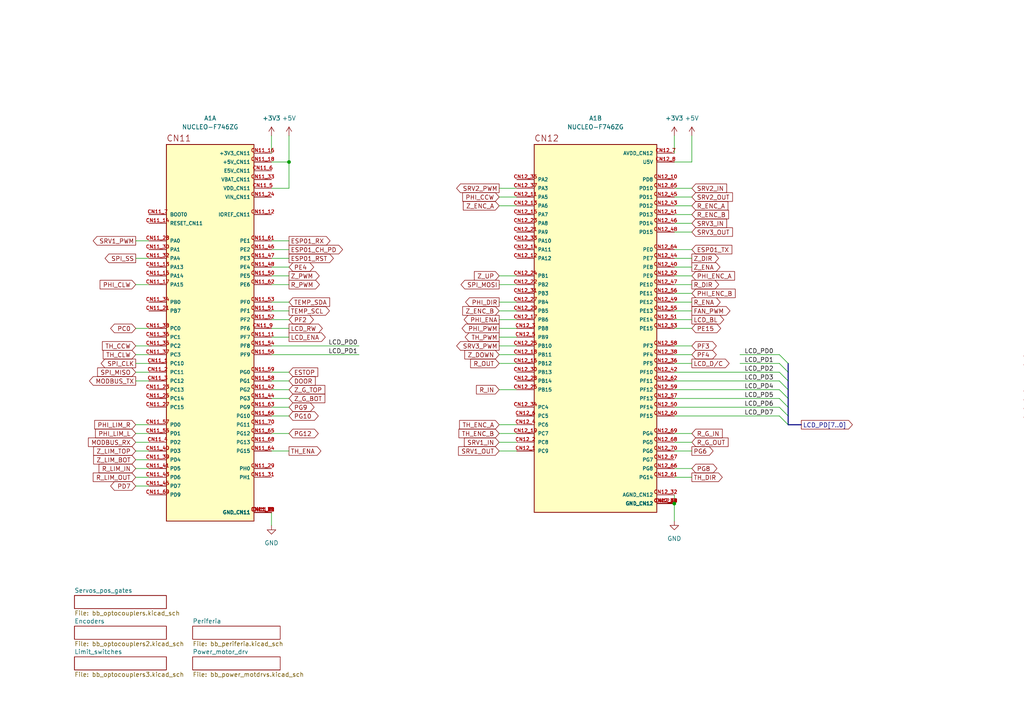
<source format=kicad_sch>
(kicad_sch (version 20230121) (generator eeschema)
  (paper "A4")
  (title_block (title "NUCLEO") (date "2023-09-15") (rev "1.0"))
  (lib_symbols
    (symbol "NUCLEO-F746ZG:NUCLEO-F746ZG" (pin_names (offset 1.016))
      (property "Reference" "A" (at -12.7 57.15 0))
      (property "Value" "NUCLEO-F746ZG" (at -12.7 -57.15 0))
      (symbol "NUCLEO-F746ZG_1_0"
        (rectangle (start -12.7 53.34) (end 12.7 -55.88) (stroke (width 0.254)) (fill (type background)))
        (text "CN11" (at -12.7 54.102 0) (effects (font (size 1.778 1.778)) (justify left bottom)))
        (pin bidirectional line (at -17.78 -10.16 0) (length 5.08) (name "PC10") (number "CN11_1"))
        (pin bidirectional line (at 17.78 -2.54 180) (length 5.08) (name "PF7") (number "CN11_11"))
        (pin bidirectional line (at 17.78 33.02 180) (length 5.08) (name "IOREF_CN11") (number "CN11_12"))
        (pin bidirectional line (at -17.78 17.78 0) (length 5.08) (name "PA13") (number "CN11_13"))
        (pin bidirectional line (at -17.78 30.48 0) (length 5.08) (name "RESET_CN11") (number "CN11_14"))
        (pin bidirectional line (at -17.78 15.24 0) (length 5.08) (name "PA14") (number "CN11_15"))
        (pin power_in line (at 17.78 50.8 180) (length 5.08) (name "+3V3_CN11") (number "CN11_16"))
        (pin bidirectional line (at -17.78 12.7 0) (length 5.08) (name "PA15") (number "CN11_17"))
        (pin power_in line (at 17.78 48.26 180) (length 5.08) (name "+5V_CN11") (number "CN11_18"))
        (pin power_in line (at 17.78 -53.34 180) (length 5.08) (name "GND_CN11") (number "CN11_19"))
        (pin bidirectional line (at -17.78 -12.7 0) (length 5.08) (name "PC11") (number "CN11_2"))
        (pin power_in line (at 17.78 -53.34 180) (length 5.08) (name "GND_CN11") (number "CN11_20"))
        (pin bidirectional line (at -17.78 5.08 0) (length 5.08) (name "PB7") (number "CN11_21"))
        (pin power_in line (at 17.78 -53.34 180) (length 5.08) (name "GND_CN11") (number "CN11_22"))
        (pin bidirectional line (at -17.78 -17.78 0) (length 5.08) (name "PC13") (number "CN11_23"))
        (pin power_in line (at 17.78 38.1 180) (length 5.08) (name "VIN_CN11") (number "CN11_24"))
        (pin bidirectional line (at -17.78 -20.32 0) (length 5.08) (name "PC14") (number "CN11_25"))
        (pin bidirectional line (at -17.78 -22.86 0) (length 5.08) (name "PC15") (number "CN11_27"))
        (pin bidirectional line (at -17.78 25.4 0) (length 5.08) (name "PA0") (number "CN11_28"))
        (pin bidirectional line (at 17.78 -40.64 180) (length 5.08) (name "PH0") (number "CN11_29"))
        (pin bidirectional line (at -17.78 -15.24 0) (length 5.08) (name "PC12") (number "CN11_3"))
        (pin bidirectional line (at -17.78 22.86 0) (length 5.08) (name "PA1") (number "CN11_30"))
        (pin bidirectional line (at 17.78 -43.18 180) (length 5.08) (name "PH1") (number "CN11_31"))
        (pin bidirectional line (at -17.78 20.32 0) (length 5.08) (name "PA4") (number "CN11_32"))
        (pin power_in line (at 17.78 43.18 180) (length 5.08) (name "VBAT_CN11") (number "CN11_33"))
        (pin bidirectional line (at -17.78 7.62 0) (length 5.08) (name "PB0") (number "CN11_34"))
        (pin bidirectional line (at -17.78 -5.08 0) (length 5.08) (name "PC2") (number "CN11_35"))
        (pin bidirectional line (at -17.78 -2.54 0) (length 5.08) (name "PC1") (number "CN11_36"))
        (pin bidirectional line (at -17.78 -7.62 0) (length 5.08) (name "PC3") (number "CN11_37"))
        (pin bidirectional line (at -17.78 0 0) (length 5.08) (name "PC0") (number "CN11_38"))
        (pin bidirectional line (at -17.78 -38.1 0) (length 5.08) (name "PD4") (number "CN11_39"))
        (pin bidirectional line (at -17.78 -33.02 0) (length 5.08) (name "PD2") (number "CN11_4"))
        (pin bidirectional line (at -17.78 -35.56 0) (length 5.08) (name "PD3") (number "CN11_40"))
        (pin bidirectional line (at -17.78 -40.64 0) (length 5.08) (name "PD5") (number "CN11_41"))
        (pin bidirectional line (at 17.78 -17.78 180) (length 5.08) (name "PG2") (number "CN11_42"))
        (pin bidirectional line (at -17.78 -43.18 0) (length 5.08) (name "PD6") (number "CN11_43"))
        (pin bidirectional line (at 17.78 -20.32 180) (length 5.08) (name "PG3") (number "CN11_44"))
        (pin bidirectional line (at -17.78 -45.72 0) (length 5.08) (name "PD7") (number "CN11_45"))
        (pin bidirectional line (at 17.78 22.86 180) (length 5.08) (name "PE2") (number "CN11_46"))
        (pin bidirectional line (at 17.78 20.32 180) (length 5.08) (name "PE3") (number "CN11_47"))
        (pin bidirectional line (at 17.78 17.78 180) (length 5.08) (name "PE4") (number "CN11_48"))
        (pin power_in line (at 17.78 -53.34 180) (length 5.08) (name "GND_CN11") (number "CN11_49"))
        (pin power_in line (at 17.78 40.64 180) (length 5.08) (name "VDD_CN11") (number "CN11_5"))
        (pin bidirectional line (at 17.78 15.24 180) (length 5.08) (name "PE5") (number "CN11_50"))
        (pin bidirectional line (at 17.78 5.08 180) (length 5.08) (name "PF1") (number "CN11_51"))
        (pin bidirectional line (at 17.78 2.54 180) (length 5.08) (name "PF2") (number "CN11_52"))
        (pin bidirectional line (at 17.78 7.62 180) (length 5.08) (name "PF0") (number "CN11_53"))
        (pin bidirectional line (at 17.78 -5.08 180) (length 5.08) (name "PF8") (number "CN11_54"))
        (pin bidirectional line (at -17.78 -30.48 0) (length 5.08) (name "PD1") (number "CN11_55"))
        (pin bidirectional line (at 17.78 -7.62 180) (length 5.08) (name "PF9") (number "CN11_56"))
        (pin bidirectional line (at -17.78 -27.94 0) (length 5.08) (name "PD0") (number "CN11_57"))
        (pin bidirectional line (at 17.78 -15.24 180) (length 5.08) (name "PG1") (number "CN11_58"))
        (pin bidirectional line (at 17.78 -12.7 180) (length 5.08) (name "PG0") (number "CN11_59"))
        (pin power_in line (at 17.78 45.72 180) (length 5.08) (name "E5V_CN11") (number "CN11_6"))
        (pin power_in line (at 17.78 -53.34 180) (length 5.08) (name "GND_CN11") (number "CN11_60"))
        (pin bidirectional line (at 17.78 25.4 180) (length 5.08) (name "PE1") (number "CN11_61"))
        (pin bidirectional line (at 17.78 12.7 180) (length 5.08) (name "PE6") (number "CN11_62"))
        (pin bidirectional line (at 17.78 -22.86 180) (length 5.08) (name "PG9") (number "CN11_63"))
        (pin bidirectional line (at 17.78 -35.56 180) (length 5.08) (name "PG15") (number "CN11_64"))
        (pin bidirectional line (at 17.78 -30.48 180) (length 5.08) (name "PG12") (number "CN11_65"))
        (pin bidirectional line (at 17.78 -25.4 180) (length 5.08) (name "PG10") (number "CN11_66"))
        (pin bidirectional line (at 17.78 -33.02 180) (length 5.08) (name "PG13") (number "CN11_68"))
        (pin bidirectional line (at -17.78 -48.26 0) (length 5.08) (name "PD9") (number "CN11_69"))
        (pin bidirectional line (at -17.78 33.02 0) (length 5.08) (name "BOOT0") (number "CN11_7"))
        (pin bidirectional line (at 17.78 -27.94 180) (length 5.08) (name "PG11") (number "CN11_70"))
        (pin power_in line (at 17.78 -53.34 180) (length 5.08) (name "GND_CN11") (number "CN11_71"))
        (pin power_in line (at 17.78 -53.34 180) (length 5.08) (name "GND_CN11") (number "CN11_72"))
        (pin power_in line (at 17.78 -53.34 180) (length 5.08) (name "GND_CN11") (number "CN11_8"))
        (pin bidirectional line (at 17.78 0 180) (length 5.08) (name "PF6") (number "CN11_9"))
      )
      (symbol "NUCLEO-F746ZG_2_0"
        (rectangle (start -17.78 -53.34) (end 17.78 53.34) (stroke (width 0.254)) (fill (type background)))
        (text "CN12" (at -17.78 54.102 0) (effects (font (size 1.778 1.778)) (justify left bottom)))
        (pin bidirectional line (at -22.86 -35.56 0) (length 5.08) (name "PC9") (number "CN12_1"))
        (pin bidirectional line (at 22.86 43.18 180) (length 5.08) (name "PD8") (number "CN12_10"))
        (pin bidirectional line (at -22.86 38.1 0) (length 5.08) (name "PA5") (number "CN12_11"))
        (pin bidirectional line (at -22.86 20.32 0) (length 5.08) (name "PA12") (number "CN12_12"))
        (pin bidirectional line (at -22.86 35.56 0) (length 5.08) (name "PA6") (number "CN12_13"))
        (pin bidirectional line (at -22.86 22.86 0) (length 5.08) (name "PA11") (number "CN12_14"))
        (pin bidirectional line (at -22.86 33.02 0) (length 5.08) (name "PA7") (number "CN12_15"))
        (pin bidirectional line (at -22.86 -10.16 0) (length 5.08) (name "PB12") (number "CN12_16"))
        (pin bidirectional line (at -22.86 2.54 0) (length 5.08) (name "PB6") (number "CN12_17"))
        (pin bidirectional line (at -22.86 -7.62 0) (length 5.08) (name "PB11") (number "CN12_18"))
        (pin bidirectional line (at -22.86 -30.48 0) (length 5.08) (name "PC7") (number "CN12_19"))
        (pin bidirectional line (at -22.86 -33.02 0) (length 5.08) (name "PC8") (number "CN12_2"))
        (pin power_in line (at 22.86 -50.8 180) (length 5.08) (name "GND_CN12") (number "CN12_20"))
        (pin bidirectional line (at -22.86 27.94 0) (length 5.08) (name "PA9") (number "CN12_21"))
        (pin bidirectional line (at -22.86 12.7 0) (length 5.08) (name "PB2") (number "CN12_22"))
        (pin bidirectional line (at -22.86 30.48 0) (length 5.08) (name "PA8") (number "CN12_23"))
        (pin bidirectional line (at -22.86 15.24 0) (length 5.08) (name "PB1") (number "CN12_24"))
        (pin bidirectional line (at -22.86 -5.08 0) (length 5.08) (name "PB10") (number "CN12_25"))
        (pin bidirectional line (at -22.86 -17.78 0) (length 5.08) (name "PB15") (number "CN12_26"))
        (pin bidirectional line (at -22.86 7.62 0) (length 5.08) (name "PB4") (number "CN12_27"))
        (pin bidirectional line (at -22.86 -15.24 0) (length 5.08) (name "PB14") (number "CN12_28"))
        (pin bidirectional line (at -22.86 5.08 0) (length 5.08) (name "PB5") (number "CN12_29"))
        (pin bidirectional line (at -22.86 0 0) (length 5.08) (name "PB8") (number "CN12_3"))
        (pin bidirectional line (at -22.86 -12.7 0) (length 5.08) (name "PB13") (number "CN12_30"))
        (pin bidirectional line (at -22.86 10.16 0) (length 5.08) (name "PB3") (number "CN12_31"))
        (pin power_in line (at 22.86 -48.26 180) (length 5.08) (name "AGND_CN12") (number "CN12_32"))
        (pin bidirectional line (at -22.86 25.4 0) (length 5.08) (name "PA10") (number "CN12_33"))
        (pin bidirectional line (at -22.86 -22.86 0) (length 5.08) (name "PC4") (number "CN12_34"))
        (pin bidirectional line (at -22.86 43.18 0) (length 5.08) (name "PA2") (number "CN12_35"))
        (pin bidirectional line (at 22.86 -10.16 180) (length 5.08) (name "PF5") (number "CN12_36"))
        (pin bidirectional line (at -22.86 40.64 0) (length 5.08) (name "PA3") (number "CN12_37"))
        (pin bidirectional line (at 22.86 -7.62 180) (length 5.08) (name "PF4") (number "CN12_38"))
        (pin power_in line (at 22.86 -50.8 180) (length 5.08) (name "GND_CN12") (number "CN12_39"))
        (pin bidirectional line (at -22.86 -27.94 0) (length 5.08) (name "PC6") (number "CN12_4"))
        (pin bidirectional line (at 22.86 17.78 180) (length 5.08) (name "PE8") (number "CN12_40"))
        (pin bidirectional line (at 22.86 33.02 180) (length 5.08) (name "PD13") (number "CN12_41"))
        (pin bidirectional line (at 22.86 -12.7 180) (length 5.08) (name "PF10") (number "CN12_42"))
        (pin bidirectional line (at 22.86 35.56 180) (length 5.08) (name "PD12") (number "CN12_43"))
        (pin bidirectional line (at 22.86 20.32 180) (length 5.08) (name "PE7") (number "CN12_44"))
        (pin bidirectional line (at 22.86 38.1 180) (length 5.08) (name "PD11") (number "CN12_45"))
        (pin bidirectional line (at 22.86 30.48 180) (length 5.08) (name "PD14") (number "CN12_46"))
        (pin bidirectional line (at 22.86 12.7 180) (length 5.08) (name "PE10") (number "CN12_47"))
        (pin bidirectional line (at 22.86 27.94 180) (length 5.08) (name "PD15") (number "CN12_48"))
        (pin bidirectional line (at 22.86 7.62 180) (length 5.08) (name "PE12") (number "CN12_49"))
        (pin bidirectional line (at -22.86 -2.54 0) (length 5.08) (name "PB9") (number "CN12_5"))
        (pin bidirectional line (at 22.86 -22.86 180) (length 5.08) (name "PF14") (number "CN12_50"))
        (pin bidirectional line (at 22.86 2.54 180) (length 5.08) (name "PE14") (number "CN12_51"))
        (pin bidirectional line (at 22.86 15.24 180) (length 5.08) (name "PE9") (number "CN12_52"))
        (pin bidirectional line (at 22.86 0 180) (length 5.08) (name "PE15") (number "CN12_53"))
        (pin power_in line (at 22.86 -50.8 180) (length 5.08) (name "GND_CN12") (number "CN12_54"))
        (pin bidirectional line (at 22.86 5.08 180) (length 5.08) (name "PE13") (number "CN12_55"))
        (pin bidirectional line (at 22.86 10.16 180) (length 5.08) (name "PE11") (number "CN12_56"))
        (pin bidirectional line (at 22.86 -20.32 180) (length 5.08) (name "PF13") (number "CN12_57"))
        (pin bidirectional line (at 22.86 -5.08 180) (length 5.08) (name "PF3") (number "CN12_58"))
        (pin bidirectional line (at 22.86 -17.78 180) (length 5.08) (name "PF12") (number "CN12_59"))
        (pin bidirectional line (at -22.86 -25.4 0) (length 5.08) (name "PC5") (number "CN12_6"))
        (pin bidirectional line (at 22.86 -25.4 180) (length 5.08) (name "PF15") (number "CN12_60"))
        (pin bidirectional line (at 22.86 -43.18 180) (length 5.08) (name "PG14") (number "CN12_61"))
        (pin bidirectional line (at 22.86 -15.24 180) (length 5.08) (name "PF11") (number "CN12_62"))
        (pin power_in line (at 22.86 -50.8 180) (length 5.08) (name "GND_CN12") (number "CN12_63"))
        (pin bidirectional line (at 22.86 22.86 180) (length 5.08) (name "PE0") (number "CN12_64"))
        (pin bidirectional line (at 22.86 40.64 180) (length 5.08) (name "PD10") (number "CN12_65"))
        (pin bidirectional line (at 22.86 -40.64 180) (length 5.08) (name "PG8") (number "CN12_66"))
        (pin bidirectional line (at 22.86 -38.1 180) (length 5.08) (name "PG7") (number "CN12_67"))
        (pin bidirectional line (at 22.86 -33.02 180) (length 5.08) (name "PG5") (number "CN12_68"))
        (pin bidirectional line (at 22.86 -30.48 180) (length 5.08) (name "PG4") (number "CN12_69"))
        (pin power_in line (at 22.86 50.8 180) (length 5.08) (name "AVDD_CN12") (number "CN12_7"))
        (pin bidirectional line (at 22.86 -35.56 180) (length 5.08) (name "PG6") (number "CN12_70"))
        (pin power_in line (at 22.86 -50.8 180) (length 5.08) (name "GND_CN12") (number "CN12_71"))
        (pin power_in line (at 22.86 -50.8 180) (length 5.08) (name "GND_CN12") (number "CN12_72"))
        (pin power_in line (at 22.86 48.26 180) (length 5.08) (name "U5V") (number "CN12_8"))
        (pin power_in line (at 22.86 -50.8 180) (length 5.08) (name "GND_CN12") (number "CN12_9"))
      )
      (symbol "NUCLEO-F746ZG_3_0"
        (rectangle (start -27.94 -17.78) (end 27.94 17.78) (stroke (width 0.254)) (fill (type background)))
        (text "CN8" (at -27.94 18.542 0) (effects (font (size 1.778 1.778)) (justify left bottom)))
        (pin bidirectional line (at -33.02 -10.16 0) (length 5.08) (name "D47/SDMMC_CK") (number "CN8_10"))
        (pin power_in line (at 33.02 -15.24 180) (length 5.08) (name "GND_CN8") (number "CN8_11"))
        (pin bidirectional line (at -33.02 -12.7 0) (length 5.08) (name "D48/SDMMC_CMD") (number "CN8_12"))
        (pin power_in line (at 33.02 -15.24 180) (length 5.08) (name "GND_CN8") (number "CN8_13"))
        (pin bidirectional line (at 33.02 -5.08 180) (length 5.08) (name "D49/IO") (number "CN8_14"))
        (pin power_in line (at 33.02 15.24 180) (length 5.08) (name "VIN_CN8") (number "CN8_15"))
        (pin bidirectional line (at 33.02 -2.54 180) (length 5.08) (name "D50/IO") (number "CN8_16"))
        (pin bidirectional line (at -33.02 0 0) (length 5.08) (name "D43/SDMMC_D0") (number "CN8_2"))
        (pin bidirectional line (at 33.02 5.08 180) (length 5.08) (name "IOREF_CN8") (number "CN8_3"))
        (pin bidirectional line (at -33.02 -2.54 0) (length 5.08) (name "D44/SDMMC_D1/I2S_A_CKIN") (number "CN8_4"))
        (pin bidirectional line (at -33.02 5.08 0) (length 5.08) (name "RESET_CN8") (number "CN8_5"))
        (pin bidirectional line (at -33.02 -5.08 0) (length 5.08) (name "D45/SDMMC_D2") (number "CN8_6"))
        (pin power_in line (at 33.02 10.16 180) (length 5.08) (name "+3V3_CN8") (number "CN8_7"))
        (pin bidirectional line (at -33.02 -7.62 0) (length 5.08) (name "D46/SDMMC_D3") (number "CN8_8"))
        (pin power_in line (at 33.02 12.7 180) (length 5.08) (name "+5V_CN8") (number "CN8_9"))
      )
      (symbol "NUCLEO-F746ZG_4_0"
        (rectangle (start -25.4 -25.4) (end 25.4 25.4) (stroke (width 0.254)) (fill (type background)))
        (text "CN9" (at -25.4 26.162 0) (effects (font (size 1.778 1.778)) (justify left bottom)))
        (pin input line (at -30.48 22.86 0) (length 5.08) (name "A0/ADC123_IN3") (number "CN9_1"))
        (pin bidirectional line (at -30.48 -5.08 0) (length 5.08) (name "D55/USART_B_CTS") (number "CN9_10"))
        (pin input line (at -30.48 10.16 0) (length 5.08) (name "A5/ADC3_IN8/I2C1_SCL") (number "CN9_11"))
        (pin power_in line (at 30.48 -22.86 180) (length 5.08) (name "GND_CN9") (number "CN9_12"))
        (pin bidirectional line (at 30.48 -5.08 180) (length 5.08) (name "D72/NC") (number "CN9_13"))
        (pin bidirectional clock (at -30.48 -10.16 0) (length 5.08) (name "D56/SAI_A_MCLK") (number "CN9_14"))
        (pin bidirectional line (at 30.48 0 180) (length 5.08) (name "D71/IO") (number "CN9_15"))
        (pin bidirectional line (at -30.48 -12.7 0) (length 5.08) (name "D57/SAI_A_FS") (number "CN9_16"))
        (pin bidirectional line (at 30.48 17.78 180) (length 5.08) (name "D70/I2C_B_SMBA") (number "CN9_17"))
        (pin bidirectional clock (at -30.48 -15.24 0) (length 5.08) (name "D58/SAI_A_SCK") (number "CN9_18"))
        (pin bidirectional clock (at 30.48 20.32 180) (length 5.08) (name "D69/I2C_B_SCL") (number "CN9_19"))
        (pin bidirectional clock (at -30.48 5.08 0) (length 5.08) (name "D51/USART_B_SCLK") (number "CN9_2"))
        (pin bidirectional line (at -30.48 -17.78 0) (length 5.08) (name "D59/SAI_A_SD") (number "CN9_20"))
        (pin bidirectional line (at 30.48 22.86 180) (length 5.08) (name "D68/I2C_B_SDA") (number "CN9_21"))
        (pin bidirectional line (at 30.48 -17.78 180) (length 5.08) (name "D60/SAI_B_SD") (number "CN9_22"))
        (pin power_in line (at 30.48 -22.86 180) (length 5.08) (name "GND_CN9") (number "CN9_23"))
        (pin bidirectional clock (at 30.48 -15.24 180) (length 5.08) (name "D61/SAI_B_SCK") (number "CN9_24"))
        (pin input line (at 30.48 10.16 180) (length 5.08) (name "D67/CAN_RX") (number "CN9_25"))
        (pin bidirectional clock (at 30.48 -10.16 180) (length 5.08) (name "D62/SAI_B_MCLK") (number "CN9_26"))
        (pin output line (at 30.48 12.7 180) (length 5.08) (name "D66/CAN_TX") (number "CN9_27"))
        (pin bidirectional line (at 30.48 -12.7 180) (length 5.08) (name "D63/SAI_B_FS") (number "CN9_28"))
        (pin bidirectional line (at 30.48 2.54 180) (length 5.08) (name "D65/IO") (number "CN9_29"))
        (pin input line (at -30.48 20.32 0) (length 5.08) (name "A1/ADC123_IN10") (number "CN9_3"))
        (pin bidirectional line (at 30.48 5.08 180) (length 5.08) (name "D64/IO") (number "CN9_30"))
        (pin bidirectional line (at -30.48 2.54 0) (length 5.08) (name "D52/USART_B_RX") (number "CN9_4"))
        (pin input line (at -30.48 17.78 0) (length 5.08) (name "A2/ADC123_IN13") (number "CN9_5"))
        (pin bidirectional line (at -30.48 0 0) (length 5.08) (name "D53/USART_B_TX") (number "CN9_6"))
        (pin input line (at -30.48 15.24 0) (length 5.08) (name "A3/ADC3_IN9") (number "CN9_7"))
        (pin bidirectional line (at -30.48 -2.54 0) (length 5.08) (name "D54/USART_B_RTS") (number "CN9_8"))
        (pin input line (at -30.48 12.7 0) (length 5.08) (name "A4/ADC3_IN15/I2C1_SDA") (number "CN9_9"))
      )
      (symbol "NUCLEO-F746ZG_5_0"
        (rectangle (start -33.02 -20.32) (end 33.02 20.32) (stroke (width 0.254)) (fill (type background)))
        (text "CN7" (at -33.02 21.082 0) (effects (font (size 1.778 1.778)) (justify left bottom)))
        (pin bidirectional line (at -38.1 -12.7 0) (length 5.08) (name "D16/I2S_A_MCK") (number "CN7_1"))
        (pin bidirectional line (at -38.1 -5.08 0) (length 5.08) (name "D13/SPI_A_SCK") (number "CN7_10"))
        (pin bidirectional line (at 38.1 0 180) (length 5.08) (name "D21/I2S_B_MCK") (number "CN7_11"))
        (pin bidirectional line (at -38.1 -2.54 0) (length 5.08) (name "D12/SPI_A_MISO") (number "CN7_12"))
        (pin bidirectional line (at 38.1 5.08 180) (length 5.08) (name "D22/I2S_B_SD/SPI_B_MOSI") (number "CN7_13"))
        (pin bidirectional line (at -38.1 0 0) (length 5.08) (name "D11/SPI_A_MOSI/TIM_E_PWM1") (number "CN7_14"))
        (pin bidirectional line (at 38.1 7.62 180) (length 5.08) (name "D23/I2S_B_CK/SPI_B_SCK") (number "CN7_15"))
        (pin bidirectional line (at -38.1 2.54 0) (length 5.08) (name "D10/SPI_A_CS/TIM_B_PWM3") (number "CN7_16"))
        (pin bidirectional line (at 38.1 10.16 180) (length 5.08) (name "D24/SPI_B_NSS") (number "CN7_17"))
        (pin bidirectional line (at -38.1 10.16 0) (length 5.08) (name "D9/TIMER_B_PWM2") (number "CN7_18"))
        (pin bidirectional line (at 38.1 12.7 180) (length 5.08) (name "D25/SPI_B_MISO") (number "CN7_19"))
        (pin bidirectional line (at -38.1 -10.16 0) (length 5.08) (name "D15/I2C_A_SCL") (number "CN7_2"))
        (pin bidirectional line (at -38.1 12.7 0) (length 5.08) (name "D8/IO") (number "CN7_20"))
        (pin bidirectional line (at 38.1 -12.7 180) (length 5.08) (name "D17/I2S_A_SD") (number "CN7_3"))
        (pin bidirectional line (at -38.1 -7.62 0) (length 5.08) (name "D14/I2C_A_SDA") (number "CN7_4"))
        (pin bidirectional line (at 38.1 -10.16 180) (length 5.08) (name "D18/I2S_A_CK") (number "CN7_5"))
        (pin power_in line (at 38.1 17.78 180) (length 5.08) (name "AREF") (number "CN7_6"))
        (pin bidirectional line (at 38.1 -7.62 180) (length 5.08) (name "D19/I2S_A_WS") (number "CN7_7"))
        (pin power_in line (at 38.1 -17.78 180) (length 5.08) (name "GND_CN7") (number "CN7_8"))
        (pin bidirectional line (at 38.1 -2.54 180) (length 5.08) (name "D20/I2S_B_WS") (number "CN7_9"))
      )
      (symbol "NUCLEO-F746ZG_6_0"
        (rectangle (start -25.4 -30.48) (end 25.4 30.48) (stroke (width 0.254)) (fill (type background)))
        (text "CN10" (at -25.4 31.242 0) (effects (font (size 1.778 1.778)) (justify left bottom)))
        (pin power_in line (at 30.48 27.94 180) (length 5.08) (name "AVDD_CN10") (number "CN10_1"))
        (pin bidirectional line (at -30.48 0 0) (length 5.08) (name "D3/TIMER_A_PWM3") (number "CN10_10"))
        (pin input line (at -30.48 17.78 0) (length 5.08) (name "A8/ADC_C_IN") (number "CN10_11"))
        (pin bidirectional line (at 30.48 -12.7 180) (length 5.08) (name "D2/IO") (number "CN10_12"))
        (pin bidirectional line (at -30.48 -5.08 0) (length 5.08) (name "D26/QSPI_CS") (number "CN10_13"))
        (pin output line (at -30.48 10.16 0) (length 5.08) (name "D1/USART_A_TX") (number "CN10_14"))
        (pin bidirectional clock (at -30.48 -7.62 0) (length 5.08) (name "D27/QSPI_CLK") (number "CN10_15"))
        (pin input line (at -30.48 12.7 0) (length 5.08) (name "D0/USART_A_RX") (number "CN10_16"))
        (pin power_in line (at 30.48 -27.94 180) (length 5.08) (name "GND_CN10") (number "CN10_17"))
        (pin bidirectional line (at 30.48 12.7 180) (length 5.08) (name "D42/TIMER_A_PWM1N") (number "CN10_18"))
        (pin bidirectional line (at -30.48 -10.16 0) (length 5.08) (name "D28/QSPI_BK1_IO3") (number "CN10_19"))
        (pin bidirectional line (at 30.48 -17.78 180) (length 5.08) (name "D7/IO") (number "CN10_2"))
        (pin bidirectional line (at 30.48 15.24 180) (length 5.08) (name "D41/TIMER_A_ETR") (number "CN10_20"))
        (pin bidirectional line (at -30.48 -12.7 0) (length 5.08) (name "D29/QSPI_BK1_IO1") (number "CN10_21"))
        (pin power_in line (at 30.48 -27.94 180) (length 5.08) (name "GND_CN10") (number "CN10_22"))
        (pin bidirectional line (at -30.48 -15.24 0) (length 5.08) (name "D30/QSPI_BK1_IO0") (number "CN10_23"))
        (pin bidirectional line (at 30.48 17.78 180) (length 5.08) (name "D40/TIMER_A_PWM2N") (number "CN10_24"))
        (pin bidirectional line (at -30.48 -17.78 0) (length 5.08) (name "D31/QSPI_BK1_IO2") (number "CN10_25"))
        (pin bidirectional line (at 30.48 20.32 180) (length 5.08) (name "D39/TIMER_A_PWM3N") (number "CN10_26"))
        (pin power_in line (at 30.48 -27.94 180) (length 5.08) (name "GND_CN10") (number "CN10_27"))
        (pin bidirectional line (at 30.48 -20.32 180) (length 5.08) (name "D38/IO") (number "CN10_28"))
        (pin bidirectional line (at 30.48 2.54 180) (length 5.08) (name "D32/TIMER_C_PWM1") (number "CN10_29"))
        (pin power_in line (at 30.48 -25.4 180) (length 5.08) (name "AGND_CN10") (number "CN10_3"))
        (pin bidirectional line (at 30.48 22.86 180) (length 5.08) (name "D37/TIMER_A_BKIN1") (number "CN10_30"))
        (pin bidirectional line (at 30.48 -7.62 180) (length 5.08) (name "D33/TIMER_D_PWM1") (number "CN10_31"))
        (pin bidirectional line (at 30.48 0 180) (length 5.08) (name "D36/TIMER_C_PWM2") (number "CN10_32"))
        (pin bidirectional line (at 30.48 7.62 180) (length 5.08) (name "D34/TIMER_B_ETR") (number "CN10_33"))
        (pin bidirectional line (at 30.48 -2.54 180) (length 5.08) (name "D35/TIMER_C_PWM3") (number "CN10_34"))
        (pin bidirectional line (at -30.48 5.08 0) (length 5.08) (name "D6/TIMER_A_PWM1") (number "CN10_4"))
        (pin power_in line (at 30.48 -27.94 180) (length 5.08) (name "GND_CN10") (number "CN10_5"))
        (pin bidirectional line (at -30.48 2.54 0) (length 5.08) (name "D5/TIMER_A_PWM2") (number "CN10_6"))
        (pin input line (at -30.48 22.86 0) (length 5.08) (name "A6/ADC_A_IN") (number "CN10_7"))
        (pin bidirectional line (at 30.48 -15.24 180) (length 5.08) (name "D4/IO") (number "CN10_8"))
        (pin input line (at -30.48 20.32 0) (length 5.08) (name "A7/ADC_B_IN") (number "CN10_9"))
      )
    )
    (symbol "power:+3V3" (power) (pin_names (offset 0))
      (property "Value" "+3V3" (at 0 3.556 0))
      (symbol "+3V3_0_1"
        (polyline (pts (xy -0.762 1.27) (xy 0 2.54)))
        (polyline (pts (xy 0 0) (xy 0 2.54)))
        (polyline (pts (xy 0 2.54) (xy 0.762 1.27)))
      )
      (symbol "+3V3_1_1"
        (pin power_in line (at 0 0 90) (length 0) hide (name "+3V3") (number "1"))
      )
    )
    (symbol "power:+5V" (power) (pin_names (offset 0))
      (property "Value" "+5V" (at 0 3.556 0))
      (symbol "+5V_0_1"
        (polyline (pts (xy -0.762 1.27) (xy 0 2.54)))
        (polyline (pts (xy 0 0) (xy 0 2.54)))
        (polyline (pts (xy 0 2.54) (xy 0.762 1.27)))
      )
      (symbol "+5V_1_1"
        (pin power_in line (at 0 0 90) (length 0) hide (name "+5V") (number "1"))
      )
    )
    (symbol "power:GND" (power) (pin_names (offset 0))
      (property "Value" "GND" (at 0 -3.81 0))
      (symbol "GND_0_1"
        (polyline (pts (xy 0 0) (xy 0 -1.27) (xy 1.27 -1.27) (xy 0 -2.54) (xy -1.27 -1.27) (xy 0 -1.27)))
      )
      (symbol "GND_1_1"
        (pin power_in line (at 0 0 270) (length 0) hide (name "GND") (number "1"))
      )
    )
  )
  (junction (at 83.82 46.99))
  (junction (at 195.58 146.05))
  (bus_entry (at 226.06 113.03) (size 2.54 2.54))
  (bus_entry (at 226.06 102.87) (size 2.54 2.54))
  (bus_entry (at 226.06 110.49) (size 2.54 2.54))
  (bus_entry (at 226.06 115.57) (size 2.54 2.54))
  (bus_entry (at 226.06 107.95) (size 2.54 2.54))
  (bus_entry (at 226.06 120.65) (size 2.54 2.54))
  (bus_entry (at 226.06 118.11) (size 2.54 2.54))
  (bus_entry (at 226.06 105.41) (size 2.54 2.54))
  (wire (pts (xy 195.58 128.27) (xy 200.66 128.27)))
  (wire (pts (xy 39.37 128.27) (xy 43.18 128.27)))
  (wire (pts (xy 200.66 46.99) (xy 195.58 46.99)))
  (wire (pts (xy 39.37 69.85) (xy 43.18 69.85)))
  (wire (pts (xy 78.74 39.37) (xy 78.74 44.45)))
  (wire (pts (xy 78.74 87.63) (xy 83.82 87.63)))
  (wire (pts (xy 195.58 80.01) (xy 200.66 80.01)))
  (wire (pts (xy 78.74 95.25) (xy 83.82 95.25)))
  (wire (pts (xy 195.58 64.77) (xy 200.66 64.77)))
  (wire (pts (xy 78.74 72.39) (xy 83.82 72.39)))
  (wire (pts (xy 39.37 140.97) (xy 43.18 140.97)))
  (wire (pts (xy 214.63 102.87) (xy 226.06 102.87)))
  (wire (pts (xy 195.58 85.09) (xy 200.66 85.09)))
  (wire (pts (xy 195.58 82.55) (xy 200.66 82.55)))
  (wire (pts (xy 144.78 82.55) (xy 149.86 82.55)))
  (wire (pts (xy 78.74 113.03) (xy 83.82 113.03)))
  (wire (pts (xy 144.78 80.01) (xy 149.86 80.01)))
  (wire (pts (xy 39.37 95.25) (xy 43.18 95.25)))
  (wire (pts (xy 144.78 113.03) (xy 149.86 113.03)))
  (wire (pts (xy 195.58 105.41) (xy 200.66 105.41)))
  (wire (pts (xy 39.37 74.93) (xy 43.18 74.93)))
  (wire (pts (xy 195.58 102.87) (xy 200.66 102.87)))
  (wire (pts (xy 195.58 67.31) (xy 200.66 67.31)))
  (wire (pts (xy 195.58 143.51) (xy 195.58 146.05)))
  (bus (pts (xy 228.6 120.65) (xy 228.6 123.19)))
  (wire (pts (xy 39.37 123.19) (xy 43.18 123.19)))
  (wire (pts (xy 144.78 105.41) (xy 149.86 105.41)))
  (wire (pts (xy 78.74 82.55) (xy 83.82 82.55)))
  (wire (pts (xy 78.74 69.85) (xy 83.82 69.85)))
  (wire (pts (xy 144.78 92.71) (xy 149.86 92.71)))
  (wire (pts (xy 195.58 92.71) (xy 200.66 92.71)))
  (wire (pts (xy 78.74 107.95) (xy 83.82 107.95)))
  (wire (pts (xy 144.78 128.27) (xy 149.86 128.27)))
  (wire (pts (xy 195.58 135.89) (xy 200.66 135.89)))
  (wire (pts (xy 200.66 39.37) (xy 200.66 46.99)))
  (wire (pts (xy 39.37 110.49) (xy 43.18 110.49)))
  (wire (pts (xy 144.78 90.17) (xy 149.86 90.17)))
  (wire (pts (xy 195.58 59.69) (xy 200.66 59.69)))
  (wire (pts (xy 144.78 102.87) (xy 149.86 102.87)))
  (wire (pts (xy 39.37 107.95) (xy 43.18 107.95)))
  (wire (pts (xy 78.74 115.57) (xy 83.82 115.57)))
  (wire (pts (xy 78.74 100.33) (xy 104.14 100.33)))
  (wire (pts (xy 39.37 102.87) (xy 43.18 102.87)))
  (wire (pts (xy 78.74 54.61) (xy 83.82 54.61)))
  (wire (pts (xy 144.78 123.19) (xy 149.86 123.19)))
  (wire (pts (xy 195.58 107.95) (xy 226.06 107.95)))
  (bus (pts (xy 228.6 105.41) (xy 228.6 107.95)))
  (wire (pts (xy 195.58 120.65) (xy 226.06 120.65)))
  (wire (pts (xy 78.74 118.11) (xy 83.82 118.11)))
  (wire (pts (xy 144.78 59.69) (xy 149.86 59.69)))
  (wire (pts (xy 195.58 39.37) (xy 195.58 44.45)))
  (wire (pts (xy 78.74 110.49) (xy 83.82 110.49)))
  (wire (pts (xy 39.37 135.89) (xy 43.18 135.89)))
  (wire (pts (xy 78.74 120.65) (xy 83.82 120.65)))
  (wire (pts (xy 78.74 102.87) (xy 104.14 102.87)))
  (wire (pts (xy 195.58 87.63) (xy 200.66 87.63)))
  (wire (pts (xy 195.58 54.61) (xy 200.66 54.61)))
  (wire (pts (xy 78.74 148.59) (xy 78.74 152.4)))
  (wire (pts (xy 78.74 74.93) (xy 83.82 74.93)))
  (wire (pts (xy 195.58 57.15) (xy 200.66 57.15)))
  (wire (pts (xy 78.74 90.17) (xy 83.82 90.17)))
  (bus (pts (xy 228.6 110.49) (xy 228.6 113.03)))
  (bus (pts (xy 228.6 115.57) (xy 228.6 118.11)))
  (wire (pts (xy 195.58 62.23) (xy 200.66 62.23)))
  (wire (pts (xy 195.58 118.11) (xy 226.06 118.11)))
  (wire (pts (xy 78.74 80.01) (xy 83.82 80.01)))
  (wire (pts (xy 83.82 54.61) (xy 83.82 46.99)))
  (wire (pts (xy 78.74 125.73) (xy 83.82 125.73)))
  (wire (pts (xy 195.58 100.33) (xy 200.66 100.33)))
  (wire (pts (xy 195.58 110.49) (xy 226.06 110.49)))
  (wire (pts (xy 195.58 138.43) (xy 200.66 138.43)))
  (bus (pts (xy 228.6 113.03) (xy 228.6 115.57)))
  (wire (pts (xy 195.58 125.73) (xy 200.66 125.73)))
  (wire (pts (xy 39.37 100.33) (xy 43.18 100.33)))
  (wire (pts (xy 144.78 130.81) (xy 149.86 130.81)))
  (bus (pts (xy 228.6 107.95) (xy 228.6 110.49)))
  (wire (pts (xy 78.74 46.99) (xy 83.82 46.99)))
  (wire (pts (xy 39.37 130.81) (xy 43.18 130.81)))
  (wire (pts (xy 195.58 113.03) (xy 226.06 113.03)))
  (wire (pts (xy 195.58 115.57) (xy 226.06 115.57)))
  (wire (pts (xy 144.78 54.61) (xy 149.86 54.61)))
  (wire (pts (xy 78.74 97.79) (xy 83.82 97.79)))
  (wire (pts (xy 195.58 146.05) (xy 195.58 151.13)))
  (wire (pts (xy 78.74 77.47) (xy 83.82 77.47)))
  (wire (pts (xy 144.78 97.79) (xy 149.86 97.79)))
  (bus (pts (xy 228.6 118.11) (xy 228.6 120.65)))
  (wire (pts (xy 78.74 130.81) (xy 83.82 130.81)))
  (wire (pts (xy 39.37 138.43) (xy 43.18 138.43)))
  (wire (pts (xy 214.63 105.41) (xy 226.06 105.41)))
  (wire (pts (xy 39.37 125.73) (xy 43.18 125.73)))
  (bus (pts (xy 228.6 123.19) (xy 232.41 123.19)))
  (wire (pts (xy 83.82 46.99) (xy 83.82 39.37)))
  (wire (pts (xy 195.58 90.17) (xy 200.66 90.17)))
  (wire (pts (xy 144.78 100.33) (xy 149.86 100.33)))
  (wire (pts (xy 39.37 105.41) (xy 43.18 105.41)))
  (wire (pts (xy 144.78 125.73) (xy 149.86 125.73)))
  (wire (pts (xy 39.37 82.55) (xy 43.18 82.55)))
  (wire (pts (xy 144.78 95.25) (xy 149.86 95.25)))
  (wire (pts (xy 39.37 133.35) (xy 43.18 133.35)))
  (wire (pts (xy 195.58 95.25) (xy 200.66 95.25)))
  (wire (pts (xy 195.58 130.81) (xy 200.66 130.81)))
  (wire (pts (xy 144.78 87.63) (xy 149.86 87.63)))
  (wire (pts (xy 144.78 57.15) (xy 149.86 57.15)))
  (wire (pts (xy 195.58 74.93) (xy 200.66 74.93)))
  (wire (pts (xy 78.74 92.71) (xy 83.82 92.71)))
  (wire (pts (xy 195.58 72.39) (xy 200.66 72.39)))
  (wire (pts (xy 195.58 77.47) (xy 200.66 77.47)))
  (label "LCD_PD1" (at 95.25 102.87 0))
  (label "LCD_PD7" (at 215.9 120.65 0))
  (label "LCD_PD1" (at 215.9 105.41 0))
  (label "LCD_PD3" (at 215.9 110.49 0))
  (label "LCD_PD0" (at 95.25 100.33 0))
  (label "LCD_PD4" (at 215.9 113.03 0))
  (label "LCD_PD5" (at 215.9 115.57 0))
  (label "LCD_PD2" (at 215.9 107.95 0))
  (label "LCD_PD6" (at 215.9 118.11 0))
  (label "LCD_PD0" (at 215.9 102.87 0))
  (global_label "R_DIR" (shape output) (at 200.66 82.55 0) (property "Intersheetrefs" "${INTERSHEET_REFS}" (at 209.0276 82.55 0) (effects (justify left))))
  (global_label "Z_DOWN" (shape input) (at 144.78 102.87 180) (property "Intersheetrefs" "${INTERSHEET_REFS}" (at 134.2353 102.87 0) (effects (justify right))))
  (global_label "SRV2_IN" (shape input) (at 200.66 54.61 0) (property "Intersheetrefs" "${INTERSHEET_REFS}" (at 211.3257 54.61 0) (effects (justify left))))
  (global_label "SRV1_OUT" (shape input) (at 144.78 130.81 180) (property "Intersheetrefs" "${INTERSHEET_REFS}" (at 132.421 130.81 0) (effects (justify right))))
  (global_label "PG9" (shape bidirectional) (at 83.82 118.11 0) (property "Intersheetrefs" "${INTERSHEET_REFS}" (at 91.666 118.11 0) (effects (justify left))))
  (global_label "TH_DIR" (shape output) (at 200.66 138.43 0) (property "Intersheetrefs" "${INTERSHEET_REFS}" (at 210.0557 138.43 0) (effects (justify left))))
  (global_label "SRV3_OUT" (shape input) (at 200.66 67.31 0) (property "Intersheetrefs" "${INTERSHEET_REFS}" (at 213.019 67.31 0) (effects (justify left))))
  (global_label "PD7" (shape bidirectional) (at 39.37 140.97 180) (property "Intersheetrefs" "${INTERSHEET_REFS}" (at 31.524 140.97 0) (effects (justify right))))
  (global_label "PHI_DIR" (shape output) (at 144.78 87.63 180) (property "Intersheetrefs" "${INTERSHEET_REFS}" (at 134.4771 87.63 0) (effects (justify right))))
  (global_label "PF3" (shape bidirectional) (at 200.66 100.33 0) (property "Intersheetrefs" "${INTERSHEET_REFS}" (at 208.3246 100.33 0) (effects (justify left))))
  (global_label "LCD_RW" (shape output) (at 83.82 95.25 0) (property "Intersheetrefs" "${INTERSHEET_REFS}" (at 94.0623 95.25 0) (effects (justify left))))
  (global_label "PHI_CLW" (shape input) (at 39.37 82.55 180) (property "Intersheetrefs" "${INTERSHEET_REFS}" (at 28.4624 82.55 0) (effects (justify right))))
  (global_label "SPI_SS" (shape output) (at 39.37 74.93 180) (property "Intersheetrefs" "${INTERSHEET_REFS}" (at 29.9139 74.93 0) (effects (justify right))))
  (global_label "ESP01_TX" (shape input) (at 200.66 72.39 0) (property "Intersheetrefs" "${INTERSHEET_REFS}" (at 212.8374 72.39 0) (effects (justify left))))
  (global_label "LCD_PD[7..0]" (shape output) (at 232.41 123.19 0) (property "Intersheetrefs" "${INTERSHEET_REFS}" (at 247.7929 123.19 0) (effects (justify left))))
  (global_label "Z_G_TOP" (shape input) (at 83.82 113.03 0) (property "Intersheetrefs" "${INTERSHEET_REFS}" (at 94.788 113.03 0) (effects (justify left))))
  (global_label "MODBUS_RX" (shape input) (at 39.37 128.27 180) (property "Intersheetrefs" "${INTERSHEET_REFS}" (at 25.0758 128.27 0) (effects (justify right))))
  (global_label "TH_ENC_B" (shape input) (at 144.78 125.73 180) (property "Intersheetrefs" "${INTERSHEET_REFS}" (at 132.542 125.73 0) (effects (justify right))))
  (global_label "PHI_ENA" (shape output) (at 144.78 92.71 180) (property "Intersheetrefs" "${INTERSHEET_REFS}" (at 134.0538 92.71 0) (effects (justify right))))
  (global_label "R_ENC_B" (shape input) (at 200.66 62.23 0) (property "Intersheetrefs" "${INTERSHEET_REFS}" (at 211.8699 62.23 0) (effects (justify left))))
  (global_label "SRV1_IN" (shape input) (at 144.78 128.27 180) (property "Intersheetrefs" "${INTERSHEET_REFS}" (at 134.1143 128.27 0) (effects (justify right))))
  (global_label "SPI_MOSI" (shape output) (at 144.78 82.55 180) (property "Intersheetrefs" "${INTERSHEET_REFS}" (at 133.1467 82.55 0) (effects (justify right))))
  (global_label "Z_LIM_BOT" (shape input) (at 39.37 133.35 180) (property "Intersheetrefs" "${INTERSHEET_REFS}" (at 26.5877 133.35 0) (effects (justify right))))
  (global_label "PG8" (shape bidirectional) (at 200.66 135.89 0) (property "Intersheetrefs" "${INTERSHEET_REFS}" (at 208.506 135.89 0) (effects (justify left))))
  (global_label "PF2" (shape bidirectional) (at 83.82 92.71 0) (property "Intersheetrefs" "${INTERSHEET_REFS}" (at 91.4846 92.71 0) (effects (justify left))))
  (global_label "Z_ENC_B" (shape input) (at 144.78 90.17 180) (property "Intersheetrefs" "${INTERSHEET_REFS}" (at 133.6306 90.17 0) (effects (justify right))))
  (global_label "ESP01_RST" (shape output) (at 83.82 74.93 0) (property "Intersheetrefs" "${INTERSHEET_REFS}" (at 97.2674 74.93 0) (effects (justify left))))
  (global_label "LCD_BL" (shape output) (at 200.66 92.71 0) (property "Intersheetrefs" "${INTERSHEET_REFS}" (at 210.479 92.71 0) (effects (justify left))))
  (global_label "ESP01_RX" (shape output) (at 83.82 69.85 0) (property "Intersheetrefs" "${INTERSHEET_REFS}" (at 96.2998 69.85 0) (effects (justify left))))
  (global_label "Z_LIM_TOP" (shape input) (at 39.37 130.81 180) (property "Intersheetrefs" "${INTERSHEET_REFS}" (at 26.5877 130.81 0) (effects (justify right))))
  (global_label "PC0" (shape bidirectional) (at 39.37 95.25 180) (property "Intersheetrefs" "${INTERSHEET_REFS}" (at 31.524 95.25 0) (effects (justify right))))
  (global_label "SRV2_PWM" (shape output) (at 144.78 54.61 180) (property "Intersheetrefs" "${INTERSHEET_REFS}" (at 131.8768 54.61 0) (effects (justify right))))
  (global_label "PE4" (shape bidirectional) (at 83.82 77.47 0) (property "Intersheetrefs" "${INTERSHEET_REFS}" (at 91.545 77.47 0) (effects (justify left))))
  (global_label "TH_CLW" (shape input) (at 39.37 102.87 180) (property "Intersheetrefs" "${INTERSHEET_REFS}" (at 29.3696 102.87 0) (effects (justify right))))
  (global_label "TH_PWM" (shape output) (at 144.78 97.79 180) (property "Intersheetrefs" "${INTERSHEET_REFS}" (at 134.3563 97.79 0) (effects (justify right))))
  (global_label "TEMP_SDA" (shape input) (at 83.82 87.63 0) (property "Intersheetrefs" "${INTERSHEET_REFS}" (at 96.1789 87.63 0) (effects (justify left))))
  (global_label "R_G_OUT" (shape input) (at 200.66 128.27 0) (property "Intersheetrefs" "${INTERSHEET_REFS}" (at 211.749 128.27 0) (effects (justify left))))
  (global_label "LCD_ENA" (shape output) (at 83.82 97.79 0) (property "Intersheetrefs" "${INTERSHEET_REFS}" (at 94.909 97.79 0) (effects (justify left))))
  (global_label "R_PWM" (shape output) (at 83.82 82.55 0) (property "Intersheetrefs" "${INTERSHEET_REFS}" (at 93.2156 82.55 0) (effects (justify left))))
  (global_label "R_LIM_IN" (shape input) (at 39.37 135.89 180) (property "Intersheetrefs" "${INTERSHEET_REFS}" (at 28.16 135.89 0) (effects (justify right))))
  (global_label "TH_ENC_A" (shape input) (at 144.78 123.19 180) (property "Intersheetrefs" "${INTERSHEET_REFS}" (at 132.7234 123.19 0) (effects (justify right))))
  (global_label "SRV3_PWM" (shape output) (at 144.78 100.33 180) (property "Intersheetrefs" "${INTERSHEET_REFS}" (at 131.8768 100.33 0) (effects (justify right))))
  (global_label "PE15" (shape bidirectional) (at 200.66 95.25 0) (property "Intersheetrefs" "${INTERSHEET_REFS}" (at 209.5945 95.25 0) (effects (justify left))))
  (global_label "PHI_ENC_A" (shape input) (at 200.66 80.01 0) (property "Intersheetrefs" "${INTERSHEET_REFS}" (at 213.6238 80.01 0) (effects (justify left))))
  (global_label "PG6" (shape output) (at 200.66 130.81 0) (property "Intersheetrefs" "${INTERSHEET_REFS}" (at 207.3947 130.81 0) (effects (justify left))))
  (global_label "R_ENC_A" (shape input) (at 200.66 59.69 0) (property "Intersheetrefs" "${INTERSHEET_REFS}" (at 211.6885 59.69 0) (effects (justify left))))
  (global_label "PHI_CCW" (shape input) (at 144.78 57.15 180) (property "Intersheetrefs" "${INTERSHEET_REFS}" (at 133.6305 57.15 0) (effects (justify right))))
  (global_label "R_LIM_OUT" (shape input) (at 39.37 138.43 180) (property "Intersheetrefs" "${INTERSHEET_REFS}" (at 26.4667 138.43 0) (effects (justify right))))
  (global_label "R_ENA" (shape output) (at 200.66 87.63 0) (property "Intersheetrefs" "${INTERSHEET_REFS}" (at 209.4509 87.63 0) (effects (justify left))))
  (global_label "PG12" (shape bidirectional) (at 83.82 125.73 0) (property "Intersheetrefs" "${INTERSHEET_REFS}" (at 92.8755 125.73 0) (effects (justify left))))
  (global_label "R_IN" (shape input) (at 144.78 113.03 180) (property "Intersheetrefs" "${INTERSHEET_REFS}" (at 137.6219 113.03 0) (effects (justify right))))
  (global_label "TEMP_SCL" (shape output) (at 83.82 90.17 0) (property "Intersheetrefs" "${INTERSHEET_REFS}" (at 96.1184 90.17 0) (effects (justify left))))
  (global_label "Z_UP" (shape input) (at 144.78 80.01 180) (property "Intersheetrefs" "${INTERSHEET_REFS}" (at 137.0172 80.01 0) (effects (justify right))))
  (global_label "Z_DIR" (shape output) (at 200.66 74.93 0) (property "Intersheetrefs" "${INTERSHEET_REFS}" (at 208.9671 74.93 0) (effects (justify left))))
  (global_label "TH_CCW" (shape input) (at 39.37 100.33 180) (property "Intersheetrefs" "${INTERSHEET_REFS}" (at 29.1277 100.33 0) (effects (justify right))))
  (global_label "Z_ENC_A" (shape input) (at 144.78 59.69 180) (property "Intersheetrefs" "${INTERSHEET_REFS}" (at 133.812 59.69 0) (effects (justify right))))
  (global_label "FAN_PWM" (shape output) (at 200.66 90.17 0) (property "Intersheetrefs" "${INTERSHEET_REFS}" (at 212.2933 90.17 0) (effects (justify left))))
  (global_label "PHI_ENC_B" (shape input) (at 200.66 85.09 0) (property "Intersheetrefs" "${INTERSHEET_REFS}" (at 213.8052 85.09 0) (effects (justify left))))
  (global_label "TH_ENA" (shape output) (at 83.82 130.81 0) (property "Intersheetrefs" "${INTERSHEET_REFS}" (at 93.639 130.81 0) (effects (justify left))))
  (global_label "SPI_CLK" (shape output) (at 39.37 105.41 180) (property "Intersheetrefs" "${INTERSHEET_REFS}" (at 28.7648 105.41 0) (effects (justify right))))
  (global_label "MODBUS_TX" (shape output) (at 39.37 110.49 180) (property "Intersheetrefs" "${INTERSHEET_REFS}" (at 25.3782 110.49 0) (effects (justify right))))
  (global_label "SRV3_IN" (shape input) (at 200.66 64.77 0) (property "Intersheetrefs" "${INTERSHEET_REFS}" (at 211.3257 64.77 0) (effects (justify left))))
  (global_label "SPI_MISO" (shape input) (at 39.37 107.95 180) (property "Intersheetrefs" "${INTERSHEET_REFS}" (at 27.7367 107.95 0) (effects (justify right))))
  (global_label "LCD_D{slash}C" (shape output) (at 200.66 105.41 0) (property "Intersheetrefs" "${INTERSHEET_REFS}" (at 212.0514 105.41 0) (effects (justify left))))
  (global_label "Z_G_BOT" (shape input) (at 83.82 115.57 0) (property "Intersheetrefs" "${INTERSHEET_REFS}" (at 94.788 115.57 0) (effects (justify left))))
  (global_label "SRV2_OUT" (shape input) (at 200.66 57.15 0) (property "Intersheetrefs" "${INTERSHEET_REFS}" (at 213.019 57.15 0) (effects (justify left))))
  (global_label "R_G_IN" (shape input) (at 200.66 125.73 0) (property "Intersheetrefs" "${INTERSHEET_REFS}" (at 210.0557 125.73 0) (effects (justify left))))
  (global_label "PHI_LIM_R" (shape input) (at 39.37 123.19 180) (property "Intersheetrefs" "${INTERSHEET_REFS}" (at 26.89 123.19 0) (effects (justify right))))
  (global_label "Z_ENA" (shape output) (at 200.66 77.47 0) (property "Intersheetrefs" "${INTERSHEET_REFS}" (at 209.3904 77.47 0) (effects (justify left))))
  (global_label "Z_PWM" (shape output) (at 83.82 80.01 0) (property "Intersheetrefs" "${INTERSHEET_REFS}" (at 93.1551 80.01 0) (effects (justify left))))
  (global_label "ESP01_CH_PD" (shape output) (at 83.82 72.39 0) (property "Intersheetrefs" "${INTERSHEET_REFS}" (at 99.9284 72.39 0) (effects (justify left))))
  (global_label "DOOR" (shape input) (at 83.82 110.49 0) (property "Intersheetrefs" "${INTERSHEET_REFS}" (at 92.0062 110.49 0) (effects (justify left))))
  (global_label "PHI_LIM_L" (shape input) (at 39.37 125.73 180) (property "Intersheetrefs" "${INTERSHEET_REFS}" (at 27.1319 125.73 0) (effects (justify right))))
  (global_label "SRV1_PWM" (shape output) (at 39.37 69.85 180) (property "Intersheetrefs" "${INTERSHEET_REFS}" (at 26.4668 69.85 0) (effects (justify right))))
  (global_label "R_OUT" (shape input) (at 144.78 105.41 180) (property "Intersheetrefs" "${INTERSHEET_REFS}" (at 135.9286 105.41 0) (effects (justify right))))
  (global_label "PF4" (shape bidirectional) (at 200.66 102.87 0) (property "Intersheetrefs" "${INTERSHEET_REFS}" (at 208.3246 102.87 0) (effects (justify left))))
  (global_label "PHI_PWM" (shape output) (at 144.78 95.25 180) (property "Intersheetrefs" "${INTERSHEET_REFS}" (at 133.4491 95.25 0) (effects (justify right))))
  (global_label "ESTOP" (shape input) (at 83.82 107.95 0) (property "Intersheetrefs" "${INTERSHEET_REFS}" (at 92.7318 107.95 0) (effects (justify left))))
  (global_label "PG10" (shape bidirectional) (at 83.82 120.65 0) (property "Intersheetrefs" "${INTERSHEET_REFS}" (at 92.8755 120.65 0) (effects (justify left))))
  (symbol (lib_id "NUCLEO-F746ZG:NUCLEO-F746ZG") (at 334.01 5.08 0) (unit 3)
    (property "Reference" "A1" (at 334.01 -20.32 0))
    (property "Value" "NUCLEO-F746ZG" (at 334.01 -17.78 0))
    (property "Footprint" "NUCLEO-F746ZG:MODULE_NUCLEO-F746ZG" (effects hide))
    (property "MF" "STMicroelectronics" (effects hide))
    (property "Description" "\nSTM32F746ZG, mbed-Enabled Development Nucleo-144 STM32F7 ARM® Cortex®-M7 MCU 32-Bit Embedded Evaluation Board\n" (effects hide))
    (property "Package" "None" (effects hide))
    (property "Price" "None" (effects hide))
    (property "Check_prices" "https://www.snapeda.com/parts/NUCLEO-F746ZG/STMicroelectronics/view-part/?ref=eda" (effects hide))
    (property "STANDARD" "Manufacturer Recommendation" (effects hide))
    (property "PARTREV" "7" (effects hide))
    (property "SnapEDA_Link" "https://www.snapeda.com/parts/NUCLEO-F746ZG/STMicroelectronics/view-part/?ref=snap" (effects hide))
    (property "MP" "NUCLEO-F746ZG" (effects hide))
    (property "Purchase-URL" "https://www.snapeda.com/api/url_track_click_mouser/?unipart_id=531935&manufacturer=STMicroelectronics&part_name=NUCLEO-F746ZG&search_term=stm32f7 nucleo" (effects hide))
    (property "Availability" "In Stock" (effects hide))
    (property "MANUFACTURER" "STMicroelectronics" (effects hide))
  )
  (symbol (lib_id "NUCLEO-F746ZG:NUCLEO-F746ZG") (at 60.96 95.25 0) (unit 1)
    (property "Reference" "A1" (at 60.96 34.29 0))
    (property "Value" "NUCLEO-F746ZG" (at 60.96 36.83 0))
    (property "Footprint" "NUCLEO-F746ZG:MODULE_NUCLEO-F746ZG" (effects hide))
    (property "MF" "STMicroelectronics" (effects hide))
    (property "Description" "\nSTM32F746ZG, mbed-Enabled Development Nucleo-144 STM32F7 ARM® Cortex®-M7 MCU 32-Bit Embedded Evaluation Board\n" (effects hide))
    (property "Package" "None" (effects hide))
    (property "Price" "None" (effects hide))
    (property "Check_prices" "https://www.snapeda.com/parts/NUCLEO-F746ZG/STMicroelectronics/view-part/?ref=eda" (effects hide))
    (property "STANDARD" "Manufacturer Recommendation" (effects hide))
    (property "PARTREV" "7" (effects hide))
    (property "SnapEDA_Link" "https://www.snapeda.com/parts/NUCLEO-F746ZG/STMicroelectronics/view-part/?ref=snap" (effects hide))
    (property "MP" "NUCLEO-F746ZG" (effects hide))
    (property "Purchase-URL" "https://www.snapeda.com/api/url_track_click_mouser/?unipart_id=531935&manufacturer=STMicroelectronics&part_name=NUCLEO-F746ZG&search_term=stm32f7 nucleo" (effects hide))
    (property "Availability" "In Stock" (effects hide))
    (property "MANUFACTURER" "STMicroelectronics" (effects hide))
  )
  (symbol (lib_id "NUCLEO-F746ZG:NUCLEO-F746ZG") (at 335.28 59.69 0) (unit 4)
    (property "Reference" "A1" (at 335.28 26.67 0))
    (property "Value" "NUCLEO-F746ZG" (at 335.28 29.21 0))
    (property "Footprint" "NUCLEO-F746ZG:MODULE_NUCLEO-F746ZG" (effects hide))
    (property "MF" "STMicroelectronics" (effects hide))
    (property "Description" "\nSTM32F746ZG, mbed-Enabled Development Nucleo-144 STM32F7 ARM® Cortex®-M7 MCU 32-Bit Embedded Evaluation Board\n" (effects hide))
    (property "Package" "None" (effects hide))
    (property "Price" "None" (effects hide))
    (property "Check_prices" "https://www.snapeda.com/parts/NUCLEO-F746ZG/STMicroelectronics/view-part/?ref=eda" (effects hide))
    (property "STANDARD" "Manufacturer Recommendation" (effects hide))
    (property "PARTREV" "7" (effects hide))
    (property "SnapEDA_Link" "https://www.snapeda.com/parts/NUCLEO-F746ZG/STMicroelectronics/view-part/?ref=snap" (effects hide))
    (property "MP" "NUCLEO-F746ZG" (effects hide))
    (property "Purchase-URL" "https://www.snapeda.com/api/url_track_click_mouser/?unipart_id=531935&manufacturer=STMicroelectronics&part_name=NUCLEO-F746ZG&search_term=stm32f7 nucleo" (effects hide))
    (property "Availability" "In Stock" (effects hide))
    (property "MANUFACTURER" "STMicroelectronics" (effects hide))
  )
  (symbol (lib_id "power:GND") (at 195.58 151.13 0) (unit 1)
    (property "Reference" "#PWR05" (effects hide))
    (property "Value" "GND" (at 195.58 156.21 0))
  )
  (symbol (lib_id "power:+5V") (at 83.82 39.37 0) (unit 1)
    (property "Reference" "#PWR03" (effects hide))
    (property "Value" "+5V" (at 83.82 34.29 0))
  )
  (symbol (lib_id "power:GND") (at 78.74 152.4 0) (unit 1)
    (property "Reference" "#PWR02" (effects hide))
    (property "Value" "GND" (at 78.74 157.48 0))
  )
  (symbol (lib_id "NUCLEO-F746ZG:NUCLEO-F746ZG") (at 336.55 177.8 0) (unit 6)
    (property "Reference" "A1" (at 336.55 139.7 0))
    (property "Value" "NUCLEO-F746ZG" (at 336.55 142.24 0))
    (property "Footprint" "NUCLEO-F746ZG:MODULE_NUCLEO-F746ZG" (effects hide))
    (property "MF" "STMicroelectronics" (effects hide))
    (property "Description" "\nSTM32F746ZG, mbed-Enabled Development Nucleo-144 STM32F7 ARM® Cortex®-M7 MCU 32-Bit Embedded Evaluation Board\n" (effects hide))
    (property "Package" "None" (effects hide))
    (property "Price" "None" (effects hide))
    (property "Check_prices" "https://www.snapeda.com/parts/NUCLEO-F746ZG/STMicroelectronics/view-part/?ref=eda" (effects hide))
    (property "STANDARD" "Manufacturer Recommendation" (effects hide))
    (property "PARTREV" "7" (effects hide))
    (property "SnapEDA_Link" "https://www.snapeda.com/parts/NUCLEO-F746ZG/STMicroelectronics/view-part/?ref=snap" (effects hide))
    (property "MP" "NUCLEO-F746ZG" (effects hide))
    (property "Purchase-URL" "https://www.snapeda.com/api/url_track_click_mouser/?unipart_id=531935&manufacturer=STMicroelectronics&part_name=NUCLEO-F746ZG&search_term=stm32f7 nucleo" (effects hide))
    (property "Availability" "In Stock" (effects hide))
    (property "MANUFACTURER" "STMicroelectronics" (effects hide))
  )
  (symbol (lib_id "NUCLEO-F746ZG:NUCLEO-F746ZG") (at 335.28 116.84 0) (unit 5)
    (property "Reference" "A1" (at 335.28 88.9 0))
    (property "Value" "NUCLEO-F746ZG" (at 335.28 91.44 0))
    (property "Footprint" "NUCLEO-F746ZG:MODULE_NUCLEO-F746ZG" (effects hide))
    (property "MF" "STMicroelectronics" (effects hide))
    (property "Description" "\nSTM32F746ZG, mbed-Enabled Development Nucleo-144 STM32F7 ARM® Cortex®-M7 MCU 32-Bit Embedded Evaluation Board\n" (effects hide))
    (property "Package" "None" (effects hide))
    (property "Price" "None" (effects hide))
    (property "Check_prices" "https://www.snapeda.com/parts/NUCLEO-F746ZG/STMicroelectronics/view-part/?ref=eda" (effects hide))
    (property "STANDARD" "Manufacturer Recommendation" (effects hide))
    (property "PARTREV" "7" (effects hide))
    (property "SnapEDA_Link" "https://www.snapeda.com/parts/NUCLEO-F746ZG/STMicroelectronics/view-part/?ref=snap" (effects hide))
    (property "MP" "NUCLEO-F746ZG" (effects hide))
    (property "Purchase-URL" "https://www.snapeda.com/api/url_track_click_mouser/?unipart_id=531935&manufacturer=STMicroelectronics&part_name=NUCLEO-F746ZG&search_term=stm32f7 nucleo" (effects hide))
    (property "Availability" "In Stock" (effects hide))
    (property "MANUFACTURER" "STMicroelectronics" (effects hide))
  )
  (symbol (lib_id "power:+3V3") (at 195.58 39.37 0) (unit 1)
    (property "Reference" "#PWR04" (effects hide))
    (property "Value" "+3V3" (at 195.58 34.29 0))
  )
  (symbol (lib_id "NUCLEO-F746ZG:NUCLEO-F746ZG") (at 172.72 95.25 0) (unit 2)
    (property "Reference" "A1" (at 172.72 34.29 0))
    (property "Value" "NUCLEO-F746ZG" (at 172.72 36.83 0))
    (property "Footprint" "NUCLEO-F746ZG:MODULE_NUCLEO-F746ZG" (effects hide))
    (property "MF" "STMicroelectronics" (effects hide))
    (property "Description" "\nSTM32F746ZG, mbed-Enabled Development Nucleo-144 STM32F7 ARM® Cortex®-M7 MCU 32-Bit Embedded Evaluation Board\n" (effects hide))
    (property "Package" "None" (effects hide))
    (property "Price" "None" (effects hide))
    (property "Check_prices" "https://www.snapeda.com/parts/NUCLEO-F746ZG/STMicroelectronics/view-part/?ref=eda" (effects hide))
    (property "STANDARD" "Manufacturer Recommendation" (effects hide))
    (property "PARTREV" "7" (effects hide))
    (property "SnapEDA_Link" "https://www.snapeda.com/parts/NUCLEO-F746ZG/STMicroelectronics/view-part/?ref=snap" (effects hide))
    (property "MP" "NUCLEO-F746ZG" (effects hide))
    (property "Purchase-URL" "https://www.snapeda.com/api/url_track_click_mouser/?unipart_id=531935&manufacturer=STMicroelectronics&part_name=NUCLEO-F746ZG&search_term=stm32f7 nucleo" (effects hide))
    (property "Availability" "In Stock" (effects hide))
    (property "MANUFACTURER" "STMicroelectronics" (effects hide))
  )
  (symbol (lib_id "power:+5V") (at 200.66 39.37 0) (unit 1)
    (property "Reference" "#PWR06" (effects hide))
    (property "Value" "+5V" (at 200.66 34.29 0))
  )
  (symbol (lib_id "power:+3V3") (at 78.74 39.37 0) (unit 1)
    (property "Reference" "#PWR01" (effects hide))
    (property "Value" "+3V3" (at 78.74 34.29 0))
  )
  (sheet (at 55.88 190.5) (size 25.4 3.81) (stroke (width 0.1524))
    (property "Sheetname" "Power_motor_drv" (at 55.88 189.7884 0) (effects (justify left bottom)))
    (property "Sheetfile" "bb_power_motdrvs.kicad_sch" (at 55.88 194.8946 0) (effects (justify left top)))
  )
  (sheet (at 55.88 181.61) (size 25.4 3.81) (stroke (width 0.1524))
    (property "Sheetname" "Periferia" (at 55.88 180.8984 0) (effects (justify left bottom)))
    (property "Sheetfile" "bb_periferia.kicad_sch" (at 55.88 186.0046 0) (effects (justify left top)))
  )
  (sheet (at 21.59 181.61) (size 26.67 3.81) (stroke (width 0.1524))
    (property "Sheetname" "Encoders" (at 21.59 180.8984 0) (effects (justify left bottom)))
    (property "Sheetfile" "bb_optocouplers2.kicad_sch" (at 21.59 186.0046 0) (effects (justify left top)))
  )
  (sheet (at 21.59 190.5) (size 26.67 3.81) (stroke (width 0.1524))
    (property "Sheetname" "Limit_switches" (at 21.59 189.7884 0) (effects (justify left bottom)))
    (property "Sheetfile" "bb_optocouplers3.kicad_sch" (at 21.59 194.8946 0) (effects (justify left top)))
  )
  (sheet (at 21.59 172.72) (size 26.67 3.81) (stroke (width 0.1524))
    (property "Sheetname" "Servos_pos_gates" (at 21.59 172.0084 0) (effects (justify left bottom)))
    (property "Sheetfile" "bb_optocouplers.kicad_sch" (at 21.59 177.1146 0) (effects (justify left top)))
  )
)
</source>
